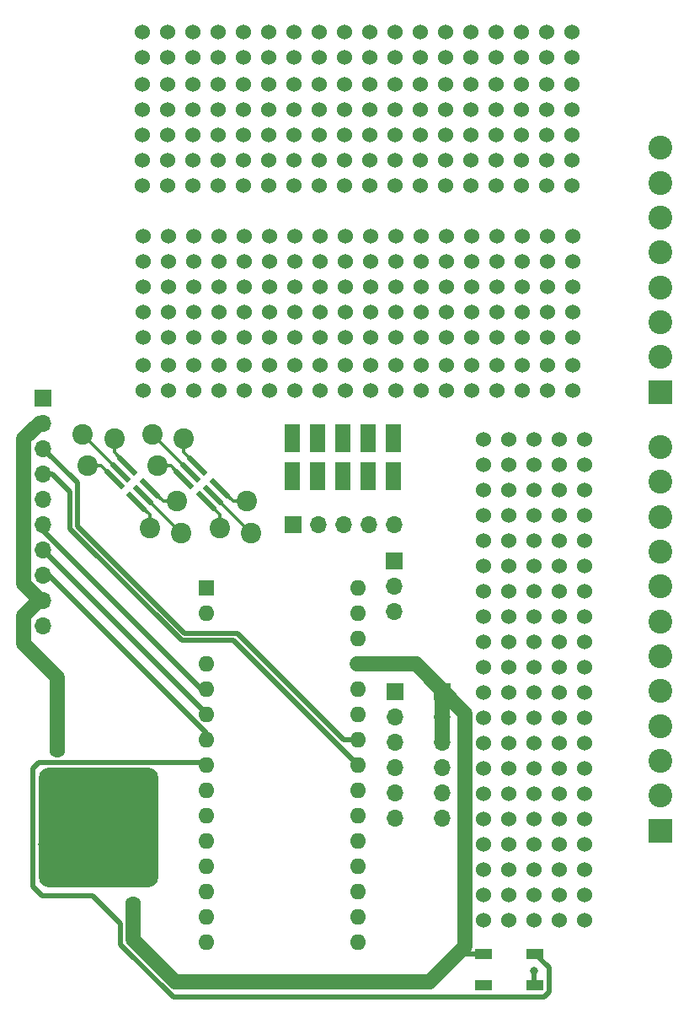
<source format=gbr>
%TF.GenerationSoftware,KiCad,Pcbnew,9.0.1*%
%TF.CreationDate,2025-05-07T10:30:00-04:00*%
%TF.ProjectId,BREAD_Slice,42524541-445f-4536-9c69-63655f746850,rev?*%
%TF.SameCoordinates,PX74eba40PY8552dc0*%
%TF.FileFunction,Copper,L1,Top*%
%TF.FilePolarity,Positive*%
%FSLAX46Y46*%
G04 Gerber Fmt 4.6, Leading zero omitted, Abs format (unit mm)*
G04 Created by KiCad (PCBNEW 9.0.1) date 2025-05-07 10:30:00*
%MOMM*%
%LPD*%
G01*
G04 APERTURE LIST*
G04 Aperture macros list*
%AMRoundRect*
0 Rectangle with rounded corners*
0 $1 Rounding radius*
0 $2 $3 $4 $5 $6 $7 $8 $9 X,Y pos of 4 corners*
0 Add a 4 corners polygon primitive as box body*
4,1,4,$2,$3,$4,$5,$6,$7,$8,$9,$2,$3,0*
0 Add four circle primitives for the rounded corners*
1,1,$1+$1,$2,$3*
1,1,$1+$1,$4,$5*
1,1,$1+$1,$6,$7*
1,1,$1+$1,$8,$9*
0 Add four rect primitives between the rounded corners*
20,1,$1+$1,$2,$3,$4,$5,0*
20,1,$1+$1,$4,$5,$6,$7,0*
20,1,$1+$1,$6,$7,$8,$9,0*
20,1,$1+$1,$8,$9,$2,$3,0*%
%AMRotRect*
0 Rectangle, with rotation*
0 The origin of the aperture is its center*
0 $1 length*
0 $2 width*
0 $3 Rotation angle, in degrees counterclockwise*
0 Add horizontal line*
21,1,$1,$2,0,0,$3*%
G04 Aperture macros list end*
%TA.AperFunction,ComponentPad*%
%ADD10R,1.600000X1.600000*%
%TD*%
%TA.AperFunction,ComponentPad*%
%ADD11O,1.600000X1.600000*%
%TD*%
%TA.AperFunction,ComponentPad*%
%ADD12R,1.700000X1.700000*%
%TD*%
%TA.AperFunction,ComponentPad*%
%ADD13O,1.700000X1.700000*%
%TD*%
%TA.AperFunction,SMDPad,CuDef*%
%ADD14RoundRect,1.000000X-5.000000X-5.000000X5.000000X-5.000000X5.000000X5.000000X-5.000000X5.000000X0*%
%TD*%
%TA.AperFunction,SMDPad,CuDef*%
%ADD15R,1.600000X1.600000*%
%TD*%
%TA.AperFunction,SMDPad,CuDef*%
%ADD16R,1.651000X1.000000*%
%TD*%
%TA.AperFunction,ComponentPad*%
%ADD17C,2.060000*%
%TD*%
%TA.AperFunction,SMDPad,CuDef*%
%ADD18RotRect,2.500000X0.550000X135.000000*%
%TD*%
%TA.AperFunction,ComponentPad*%
%ADD19C,1.524000*%
%TD*%
%TA.AperFunction,ComponentPad*%
%ADD20R,2.400000X2.400000*%
%TD*%
%TA.AperFunction,ComponentPad*%
%ADD21C,2.400000*%
%TD*%
%TA.AperFunction,ViaPad*%
%ADD22C,0.800000*%
%TD*%
%TA.AperFunction,ViaPad*%
%ADD23C,0.500000*%
%TD*%
%TA.AperFunction,ViaPad*%
%ADD24C,1.600000*%
%TD*%
%TA.AperFunction,Conductor*%
%ADD25C,0.355600*%
%TD*%
%TA.AperFunction,Conductor*%
%ADD26C,0.500000*%
%TD*%
%TA.AperFunction,Conductor*%
%ADD27C,1.500000*%
%TD*%
%TA.AperFunction,Conductor*%
%ADD28C,1.000000*%
%TD*%
G04 APERTURE END LIST*
D10*
%TO.P,A1,1,D1/TX*%
%TO.N,unconnected-(A1-D1{slash}TX-Pad1)*%
X20010000Y42360000D03*
D11*
%TO.P,A1,2,D0/RX*%
%TO.N,unconnected-(A1-D0{slash}RX-Pad2)*%
X20010000Y39820000D03*
%TO.P,A1,4,GND*%
%TO.N,GND*%
X20010000Y34740000D03*
%TO.P,A1,5,D2*%
%TO.N,/E_STOP*%
X20010000Y32200000D03*
%TO.P,A1,6,D3*%
%TO.N,/INT*%
X20010000Y29660000D03*
%TO.P,A1,7,D4*%
%TO.N,/SYNC*%
X20010000Y27120000D03*
%TO.P,A1,8,D5*%
%TO.N,/LED*%
X20010000Y24580000D03*
%TO.P,A1,9,D6*%
%TO.N,/D6*%
X20010000Y22040000D03*
%TO.P,A1,10,D7*%
%TO.N,/D7*%
X20010000Y19500000D03*
%TO.P,A1,11,D8*%
%TO.N,/D8*%
X20010000Y16960000D03*
%TO.P,A1,12,D9*%
%TO.N,/D9*%
X20010000Y14420000D03*
%TO.P,A1,13,D10*%
%TO.N,/D10*%
X20010000Y11880000D03*
%TO.P,A1,14,D11*%
%TO.N,/D11*%
X20010000Y9340000D03*
%TO.P,A1,15,D12*%
%TO.N,/D12*%
X20010000Y6800000D03*
%TO.P,A1,16,D13*%
%TO.N,/D13*%
X35250000Y6800000D03*
%TO.P,A1,17,3V3*%
%TO.N,unconnected-(A1-3V3-Pad17)*%
X35250000Y9340000D03*
%TO.P,A1,18,AREF*%
%TO.N,/AREF*%
X35250000Y11880000D03*
%TO.P,A1,19,A0*%
%TO.N,/A0*%
X35250000Y14420000D03*
%TO.P,A1,20,A1*%
%TO.N,/A1*%
X35250000Y16960000D03*
%TO.P,A1,21,A2*%
%TO.N,/A2*%
X35250000Y19500000D03*
%TO.P,A1,22,A3*%
%TO.N,/A3*%
X35250000Y22040000D03*
%TO.P,A1,23,A4*%
%TO.N,/I2C_DAT*%
X35250000Y24580000D03*
%TO.P,A1,24,A5*%
%TO.N,/I2C_CLK*%
X35250000Y27120000D03*
%TO.P,A1,25,A6*%
%TO.N,/A6*%
X35250000Y29660000D03*
%TO.P,A1,26,A7*%
%TO.N,/A7*%
X35250000Y32200000D03*
%TO.P,A1,27,+5V*%
%TO.N,+5V*%
X35250000Y34740000D03*
%TO.P,A1,28,~{RESET}*%
%TO.N,/RESET*%
X35250000Y37280000D03*
%TO.P,A1,29,GND*%
%TO.N,GND*%
X35250000Y39820000D03*
%TO.P,A1,30,VIN*%
%TO.N,unconnected-(A1-VIN-Pad30)*%
X35250000Y42360000D03*
%TD*%
D12*
%TO.P,J1,1,Pin_1*%
%TO.N,GND*%
X3600000Y61450000D03*
D13*
%TO.P,J1,2,Pin_2*%
%TO.N,+12V*%
X3600000Y58910000D03*
%TO.P,J1,3,Pin_3*%
%TO.N,/I2C_CLK*%
X3600000Y56370000D03*
%TO.P,J1,4,Pin_4*%
%TO.N,/I2C_DAT*%
X3600000Y53830000D03*
%TO.P,J1,5,Pin_5*%
%TO.N,GND*%
X3600000Y51290000D03*
%TO.P,J1,6,Pin_6*%
%TO.N,/E_STOP*%
X3600000Y48750000D03*
%TO.P,J1,7,Pin_7*%
%TO.N,/INT*%
X3600000Y46210000D03*
%TO.P,J1,8,Pin_8*%
%TO.N,/SYNC*%
X3600000Y43670000D03*
%TO.P,J1,9,Pin_9*%
%TO.N,+12V*%
X3600000Y41130000D03*
%TO.P,J1,10,Pin_10*%
%TO.N,GND*%
X3600000Y38590000D03*
%TD*%
D14*
%TO.P,HS1,1*%
%TO.N,GND*%
X9200000Y18350000D03*
%TD*%
D10*
%TO.P,,1*%
%TO.N,N/C*%
X36310000Y52935000D03*
D15*
X36310000Y54205000D03*
%TO.P,,2*%
X36310000Y56745000D03*
D10*
X36310000Y58015000D03*
%TD*%
D12*
%TO.P,REF\u002A\u002A,1*%
%TO.N,/D11*%
X38925000Y45100000D03*
D13*
%TO.P,REF\u002A\u002A,2*%
%TO.N,/D12*%
X38925000Y42560000D03*
%TO.P,REF\u002A\u002A,3*%
%TO.N,/D13*%
X38925000Y40020000D03*
%TD*%
D10*
%TO.P,,1*%
%TO.N,N/C*%
X33770000Y52935000D03*
D15*
X33770000Y54205000D03*
%TO.P,,2*%
X33770000Y56745000D03*
D10*
X33770000Y58015000D03*
%TD*%
D12*
%TO.P,REF\u002A\u002A,1*%
%TO.N,/A7*%
X38975000Y31990000D03*
D13*
%TO.P,REF\u002A\u002A,2*%
%TO.N,/A6*%
X38975000Y29450000D03*
%TO.P,REF\u002A\u002A,3*%
%TO.N,/A3*%
X38975000Y26910000D03*
%TO.P,REF\u002A\u002A,4*%
%TO.N,/A2*%
X38975000Y24370000D03*
%TO.P,REF\u002A\u002A,5*%
%TO.N,/A1*%
X38975000Y21830000D03*
%TO.P,REF\u002A\u002A,6*%
%TO.N,/A0*%
X38975000Y19290000D03*
%TD*%
D16*
%TO.P,D1,1,VDD*%
%TO.N,+5V*%
X47923000Y5667231D03*
%TO.P,D1,2,DOUT*%
%TO.N,unconnected-(D1-DOUT-Pad2)*%
X47923000Y2467231D03*
%TO.P,D1,3,VSS*%
%TO.N,GND*%
X53077000Y2467231D03*
%TO.P,D1,4,DIN*%
%TO.N,/LED*%
X53077000Y5667231D03*
%TD*%
D12*
%TO.P,REF\u002A\u002A,1*%
%TO.N,/D6*%
X28765000Y48700000D03*
D13*
%TO.P,REF\u002A\u002A,2*%
%TO.N,/D7*%
X31305000Y48700000D03*
%TO.P,REF\u002A\u002A,3*%
%TO.N,/D8*%
X33845000Y48700000D03*
%TO.P,REF\u002A\u002A,4*%
%TO.N,/D9*%
X36385000Y48700000D03*
%TO.P,REF\u002A\u002A,5*%
%TO.N,/D10*%
X38925000Y48700000D03*
%TD*%
D17*
%TO.P,,1*%
%TO.N,N/C*%
X14373516Y48361797D03*
D18*
X13037084Y51048803D03*
D17*
%TO.P,,2*%
X17516606Y47912784D03*
D18*
X13708836Y51720554D03*
D17*
%TO.P,,3*%
X17067593Y51055874D03*
D18*
X14380587Y52392306D03*
%TO.P,,4*%
X12117846Y54655047D03*
D17*
X10781414Y57342053D03*
D18*
%TO.P,,5*%
X11446094Y53983296D03*
D17*
X7638324Y57791066D03*
D18*
%TO.P,,6*%
X10774343Y53311544D03*
D17*
X8087337Y54647976D03*
%TD*%
D19*
%TO.P,REF\u002A\u002A,1*%
%TO.N,N/C*%
X56855000Y77675000D03*
X56845000Y64745000D03*
%TO.P,REF\u002A\u002A,2*%
X56855000Y75135000D03*
%TO.N,GND*%
X56845000Y62205000D03*
%TO.P,REF\u002A\u002A,3*%
%TO.N,N/C*%
X56855000Y72595000D03*
X54305000Y64745000D03*
%TO.P,REF\u002A\u002A,4*%
X56855000Y70055000D03*
%TO.N,GND*%
X54305000Y62205000D03*
%TO.P,REF\u002A\u002A,5*%
%TO.N,N/C*%
X56855000Y67515000D03*
X51765000Y64745000D03*
%TO.P,REF\u002A\u002A,6*%
X54315000Y77675000D03*
%TO.N,GND*%
X51765000Y62205000D03*
%TO.P,REF\u002A\u002A,7*%
%TO.N,N/C*%
X54315000Y75135000D03*
X49225000Y64745000D03*
%TO.P,REF\u002A\u002A,8*%
X54315000Y72595000D03*
%TO.N,GND*%
X49225000Y62205000D03*
%TO.P,REF\u002A\u002A,9*%
%TO.N,N/C*%
X54315000Y70055000D03*
X46685000Y64745000D03*
%TO.P,REF\u002A\u002A,10*%
X54315000Y67515000D03*
%TO.N,GND*%
X46685000Y62205000D03*
%TO.P,REF\u002A\u002A,11*%
%TO.N,N/C*%
X51775000Y77675000D03*
X44145000Y64745000D03*
%TO.P,REF\u002A\u002A,12*%
X51775000Y75135000D03*
%TO.N,GND*%
X44145000Y62205000D03*
%TO.P,REF\u002A\u002A,13*%
%TO.N,N/C*%
X51775000Y72595000D03*
X41605000Y64745000D03*
%TO.P,REF\u002A\u002A,14*%
X51775000Y70055000D03*
%TO.N,GND*%
X41605000Y62205000D03*
%TO.P,REF\u002A\u002A,15*%
%TO.N,N/C*%
X51775000Y67515000D03*
X39065000Y64745000D03*
%TO.P,REF\u002A\u002A,16*%
X49235000Y77675000D03*
%TO.N,GND*%
X39065000Y62205000D03*
%TO.P,REF\u002A\u002A,17*%
%TO.N,N/C*%
X49235000Y75135000D03*
X36525000Y64745000D03*
%TO.P,REF\u002A\u002A,18*%
X49235000Y72595000D03*
%TO.N,GND*%
X36525000Y62205000D03*
%TO.P,REF\u002A\u002A,19*%
%TO.N,N/C*%
X49235000Y70055000D03*
X33985000Y64745000D03*
%TO.P,REF\u002A\u002A,20*%
X49235000Y67515000D03*
%TO.N,GND*%
X33985000Y62205000D03*
%TO.P,REF\u002A\u002A,21*%
%TO.N,N/C*%
X46695000Y77675000D03*
X31445000Y64745000D03*
%TO.P,REF\u002A\u002A,22*%
X46695000Y75135000D03*
%TO.N,GND*%
X31445000Y62205000D03*
%TO.P,REF\u002A\u002A,23*%
%TO.N,N/C*%
X46695000Y72595000D03*
X28905000Y64745000D03*
%TO.P,REF\u002A\u002A,24*%
X46695000Y70055000D03*
%TO.N,GND*%
X28905000Y62205000D03*
%TO.P,REF\u002A\u002A,25*%
%TO.N,N/C*%
X46695000Y67515000D03*
X26365000Y64745000D03*
%TO.P,REF\u002A\u002A,26*%
X44155000Y77675000D03*
%TO.N,GND*%
X26365000Y62205000D03*
%TO.P,REF\u002A\u002A,27*%
%TO.N,N/C*%
X44155000Y75135000D03*
X23825000Y64745000D03*
%TO.P,REF\u002A\u002A,28*%
X44155000Y72595000D03*
%TO.N,GND*%
X23825000Y62205000D03*
%TO.P,REF\u002A\u002A,29*%
%TO.N,N/C*%
X44155000Y70055000D03*
X21285000Y64745000D03*
%TO.P,REF\u002A\u002A,30*%
X44155000Y67515000D03*
%TO.N,GND*%
X21285000Y62205000D03*
%TO.P,REF\u002A\u002A,31*%
%TO.N,N/C*%
X41615000Y77675000D03*
X18745000Y64745000D03*
%TO.P,REF\u002A\u002A,32*%
X41615000Y75135000D03*
%TO.N,GND*%
X18745000Y62205000D03*
%TO.P,REF\u002A\u002A,33*%
%TO.N,N/C*%
X41615000Y72595000D03*
X16205000Y64745000D03*
%TO.P,REF\u002A\u002A,34*%
X41615000Y70055000D03*
%TO.N,GND*%
X16205000Y62205000D03*
%TO.P,REF\u002A\u002A,35*%
%TO.N,N/C*%
X41615000Y67515000D03*
X13665000Y64745000D03*
%TO.P,REF\u002A\u002A,36*%
X39075000Y77675000D03*
%TO.N,GND*%
X13665000Y62205000D03*
%TO.P,REF\u002A\u002A,37*%
%TO.N,N/C*%
X39075000Y75135000D03*
%TO.P,REF\u002A\u002A,38*%
X39075000Y72595000D03*
%TO.P,REF\u002A\u002A,39*%
X39075000Y70055000D03*
%TO.P,REF\u002A\u002A,40*%
X39075000Y67515000D03*
%TO.P,REF\u002A\u002A,41*%
X36535000Y77675000D03*
%TO.P,REF\u002A\u002A,42*%
X36535000Y75135000D03*
%TO.P,REF\u002A\u002A,43*%
X36535000Y72595000D03*
%TO.P,REF\u002A\u002A,44*%
X36535000Y70055000D03*
%TO.P,REF\u002A\u002A,45*%
X36535000Y67515000D03*
%TO.P,REF\u002A\u002A,46*%
X33995000Y77675000D03*
%TO.P,REF\u002A\u002A,47*%
X33995000Y75135000D03*
%TO.P,REF\u002A\u002A,48*%
X33995000Y72595000D03*
%TO.P,REF\u002A\u002A,49*%
X33995000Y70055000D03*
%TO.P,REF\u002A\u002A,50*%
X33995000Y67515000D03*
%TO.P,REF\u002A\u002A,51*%
X31455000Y77675000D03*
%TO.P,REF\u002A\u002A,52*%
X31455000Y75135000D03*
%TO.P,REF\u002A\u002A,53*%
X31455000Y72595000D03*
%TO.P,REF\u002A\u002A,54*%
X31455000Y70055000D03*
%TO.P,REF\u002A\u002A,55*%
X31455000Y67515000D03*
%TO.P,REF\u002A\u002A,56*%
X28915000Y77675000D03*
%TO.P,REF\u002A\u002A,57*%
X28915000Y75135000D03*
%TO.P,REF\u002A\u002A,58*%
X28915000Y72595000D03*
%TO.P,REF\u002A\u002A,59*%
X28915000Y70055000D03*
%TO.P,REF\u002A\u002A,60*%
X28915000Y67515000D03*
%TO.P,REF\u002A\u002A,61*%
X26375000Y77675000D03*
%TO.P,REF\u002A\u002A,62*%
X26375000Y75135000D03*
%TO.P,REF\u002A\u002A,63*%
X26375000Y72595000D03*
%TO.P,REF\u002A\u002A,64*%
X26375000Y70055000D03*
%TO.P,REF\u002A\u002A,65*%
X26375000Y67515000D03*
%TO.P,REF\u002A\u002A,66*%
X23835000Y77675000D03*
%TO.P,REF\u002A\u002A,67*%
X23835000Y75135000D03*
%TO.P,REF\u002A\u002A,68*%
X23835000Y72595000D03*
%TO.P,REF\u002A\u002A,69*%
X23835000Y70055000D03*
%TO.P,REF\u002A\u002A,70*%
X23835000Y67515000D03*
%TO.P,REF\u002A\u002A,71*%
X21295000Y77675000D03*
%TO.P,REF\u002A\u002A,72*%
X21295000Y75135000D03*
%TO.P,REF\u002A\u002A,73*%
X21295000Y72595000D03*
%TO.P,REF\u002A\u002A,74*%
X21295000Y70055000D03*
%TO.P,REF\u002A\u002A,75*%
X21295000Y67515000D03*
%TO.P,REF\u002A\u002A,76*%
X18755000Y77675000D03*
%TO.P,REF\u002A\u002A,77*%
X18755000Y75135000D03*
%TO.P,REF\u002A\u002A,78*%
X18755000Y72595000D03*
%TO.P,REF\u002A\u002A,79*%
X18755000Y70055000D03*
%TO.P,REF\u002A\u002A,80*%
X18755000Y67515000D03*
%TO.P,REF\u002A\u002A,81*%
X16215000Y77675000D03*
%TO.P,REF\u002A\u002A,82*%
X16215000Y75135000D03*
%TO.P,REF\u002A\u002A,83*%
X16215000Y72595000D03*
%TO.P,REF\u002A\u002A,84*%
X16215000Y70055000D03*
%TO.P,REF\u002A\u002A,85*%
X16215000Y67515000D03*
%TO.P,REF\u002A\u002A,86*%
X13675000Y77675000D03*
%TO.P,REF\u002A\u002A,87*%
X13675000Y75135000D03*
%TO.P,REF\u002A\u002A,88*%
X13675000Y72595000D03*
%TO.P,REF\u002A\u002A,89*%
X13675000Y70055000D03*
%TO.P,REF\u002A\u002A,90*%
X13675000Y67515000D03*
%TD*%
D17*
%TO.P,,1*%
%TO.N,N/C*%
X21389680Y48366243D03*
D18*
X20053248Y51053249D03*
D17*
%TO.P,,2*%
X24532770Y47917230D03*
D18*
X20725000Y51725000D03*
D17*
%TO.P,,3*%
X24083757Y51060320D03*
D18*
X21396751Y52396752D03*
%TO.P,,4*%
X19134010Y54659493D03*
D17*
X17797578Y57346499D03*
D18*
%TO.P,,5*%
X18462258Y53987742D03*
D17*
X14654488Y57795512D03*
D18*
%TO.P,,6*%
X17790507Y53315990D03*
D17*
X15103501Y54652422D03*
%TD*%
D20*
%TO.P,REF\u002A\u002A,1*%
%TO.N,N/C*%
X65675000Y18025000D03*
D21*
%TO.P,REF\u002A\u002A,2*%
X65675000Y21525000D03*
%TO.P,REF\u002A\u002A,3*%
X65675000Y25025000D03*
%TO.P,REF\u002A\u002A,4*%
X65675000Y28525000D03*
%TO.P,REF\u002A\u002A,5*%
X65675000Y32025000D03*
%TO.P,REF\u002A\u002A,6*%
X65675000Y35525000D03*
%TO.P,REF\u002A\u002A,7*%
X65675000Y39025000D03*
%TO.P,REF\u002A\u002A,8*%
X65675000Y42525000D03*
%TO.P,REF\u002A\u002A,9*%
X65675000Y46025000D03*
%TO.P,REF\u002A\u002A,10*%
X65675000Y49525000D03*
%TO.P,REF\u002A\u002A,11*%
X65675000Y53025000D03*
%TO.P,REF\u002A\u002A,12*%
X65675000Y56525000D03*
%TD*%
D19*
%TO.P,REF\u002A\u002A,1*%
%TO.N,N/C*%
X13630000Y82736000D03*
%TO.N,GND*%
X13640000Y95666000D03*
%TO.P,REF\u002A\u002A,2*%
%TO.N,N/C*%
X13630000Y85276000D03*
X13640000Y98206000D03*
%TO.P,REF\u002A\u002A,3*%
X13630000Y87816000D03*
%TO.N,GND*%
X16180000Y95666000D03*
%TO.P,REF\u002A\u002A,4*%
%TO.N,N/C*%
X13630000Y90356000D03*
X16180000Y98206000D03*
%TO.P,REF\u002A\u002A,5*%
X13630000Y92896000D03*
%TO.N,GND*%
X18720000Y95666000D03*
%TO.P,REF\u002A\u002A,6*%
%TO.N,N/C*%
X16170000Y82736000D03*
X18720000Y98206000D03*
%TO.P,REF\u002A\u002A,7*%
X16170000Y85276000D03*
%TO.N,GND*%
X21260000Y95666000D03*
%TO.P,REF\u002A\u002A,8*%
%TO.N,N/C*%
X16170000Y87816000D03*
X21260000Y98206000D03*
%TO.P,REF\u002A\u002A,9*%
X16170000Y90356000D03*
%TO.N,GND*%
X23800000Y95666000D03*
%TO.P,REF\u002A\u002A,10*%
%TO.N,N/C*%
X16170000Y92896000D03*
X23800000Y98206000D03*
%TO.P,REF\u002A\u002A,11*%
X18710000Y82736000D03*
%TO.N,GND*%
X26340000Y95666000D03*
%TO.P,REF\u002A\u002A,12*%
%TO.N,N/C*%
X18710000Y85276000D03*
X26340000Y98206000D03*
%TO.P,REF\u002A\u002A,13*%
X18710000Y87816000D03*
%TO.N,GND*%
X28880000Y95666000D03*
%TO.P,REF\u002A\u002A,14*%
%TO.N,N/C*%
X18710000Y90356000D03*
X28880000Y98206000D03*
%TO.P,REF\u002A\u002A,15*%
X18710000Y92896000D03*
%TO.N,GND*%
X31420000Y95666000D03*
%TO.P,REF\u002A\u002A,16*%
%TO.N,N/C*%
X21250000Y82736000D03*
X31420000Y98206000D03*
%TO.P,REF\u002A\u002A,17*%
X21250000Y85276000D03*
%TO.N,GND*%
X33960000Y95666000D03*
%TO.P,REF\u002A\u002A,18*%
%TO.N,N/C*%
X21250000Y87816000D03*
X33960000Y98206000D03*
%TO.P,REF\u002A\u002A,19*%
X21250000Y90356000D03*
%TO.N,GND*%
X36500000Y95666000D03*
%TO.P,REF\u002A\u002A,20*%
%TO.N,N/C*%
X21250000Y92896000D03*
X36500000Y98206000D03*
%TO.P,REF\u002A\u002A,21*%
X23790000Y82736000D03*
%TO.N,GND*%
X39040000Y95666000D03*
%TO.P,REF\u002A\u002A,22*%
%TO.N,N/C*%
X23790000Y85276000D03*
X39040000Y98206000D03*
%TO.P,REF\u002A\u002A,23*%
X23790000Y87816000D03*
%TO.N,GND*%
X41580000Y95666000D03*
%TO.P,REF\u002A\u002A,24*%
%TO.N,N/C*%
X23790000Y90356000D03*
X41580000Y98206000D03*
%TO.P,REF\u002A\u002A,25*%
X23790000Y92896000D03*
%TO.N,GND*%
X44120000Y95666000D03*
%TO.P,REF\u002A\u002A,26*%
%TO.N,N/C*%
X26330000Y82736000D03*
X44120000Y98206000D03*
%TO.P,REF\u002A\u002A,27*%
X26330000Y85276000D03*
%TO.N,GND*%
X46660000Y95666000D03*
%TO.P,REF\u002A\u002A,28*%
%TO.N,N/C*%
X26330000Y87816000D03*
X46660000Y98206000D03*
%TO.P,REF\u002A\u002A,29*%
X26330000Y90356000D03*
%TO.N,GND*%
X49200000Y95666000D03*
%TO.P,REF\u002A\u002A,30*%
%TO.N,N/C*%
X26330000Y92896000D03*
X49200000Y98206000D03*
%TO.P,REF\u002A\u002A,31*%
X28870000Y82736000D03*
%TO.N,GND*%
X51740000Y95666000D03*
%TO.P,REF\u002A\u002A,32*%
%TO.N,N/C*%
X28870000Y85276000D03*
X51740000Y98206000D03*
%TO.P,REF\u002A\u002A,33*%
X28870000Y87816000D03*
%TO.N,GND*%
X54280000Y95666000D03*
%TO.P,REF\u002A\u002A,34*%
%TO.N,N/C*%
X28870000Y90356000D03*
X54280000Y98206000D03*
%TO.P,REF\u002A\u002A,35*%
X28870000Y92896000D03*
%TO.N,GND*%
X56820000Y95666000D03*
%TO.P,REF\u002A\u002A,36*%
%TO.N,N/C*%
X31410000Y82736000D03*
X56820000Y98206000D03*
%TO.P,REF\u002A\u002A,37*%
X31410000Y85276000D03*
%TO.P,REF\u002A\u002A,38*%
X31410000Y87816000D03*
%TO.P,REF\u002A\u002A,39*%
X31410000Y90356000D03*
%TO.P,REF\u002A\u002A,40*%
X31410000Y92896000D03*
%TO.P,REF\u002A\u002A,41*%
X33950000Y82736000D03*
%TO.P,REF\u002A\u002A,42*%
X33950000Y85276000D03*
%TO.P,REF\u002A\u002A,43*%
X33950000Y87816000D03*
%TO.P,REF\u002A\u002A,44*%
X33950000Y90356000D03*
%TO.P,REF\u002A\u002A,45*%
X33950000Y92896000D03*
%TO.P,REF\u002A\u002A,46*%
X36490000Y82736000D03*
%TO.P,REF\u002A\u002A,47*%
X36490000Y85276000D03*
%TO.P,REF\u002A\u002A,48*%
X36490000Y87816000D03*
%TO.P,REF\u002A\u002A,49*%
X36490000Y90356000D03*
%TO.P,REF\u002A\u002A,50*%
X36490000Y92896000D03*
%TO.P,REF\u002A\u002A,51*%
X39030000Y82736000D03*
%TO.P,REF\u002A\u002A,52*%
X39030000Y85276000D03*
%TO.P,REF\u002A\u002A,53*%
X39030000Y87816000D03*
%TO.P,REF\u002A\u002A,54*%
X39030000Y90356000D03*
%TO.P,REF\u002A\u002A,55*%
X39030000Y92896000D03*
%TO.P,REF\u002A\u002A,56*%
X41570000Y82736000D03*
%TO.P,REF\u002A\u002A,57*%
X41570000Y85276000D03*
%TO.P,REF\u002A\u002A,58*%
X41570000Y87816000D03*
%TO.P,REF\u002A\u002A,59*%
X41570000Y90356000D03*
%TO.P,REF\u002A\u002A,60*%
X41570000Y92896000D03*
%TO.P,REF\u002A\u002A,61*%
X44110000Y82736000D03*
%TO.P,REF\u002A\u002A,62*%
X44110000Y85276000D03*
%TO.P,REF\u002A\u002A,63*%
X44110000Y87816000D03*
%TO.P,REF\u002A\u002A,64*%
X44110000Y90356000D03*
%TO.P,REF\u002A\u002A,65*%
X44110000Y92896000D03*
%TO.P,REF\u002A\u002A,66*%
X46650000Y82736000D03*
%TO.P,REF\u002A\u002A,67*%
X46650000Y85276000D03*
%TO.P,REF\u002A\u002A,68*%
X46650000Y87816000D03*
%TO.P,REF\u002A\u002A,69*%
X46650000Y90356000D03*
%TO.P,REF\u002A\u002A,70*%
X46650000Y92896000D03*
%TO.P,REF\u002A\u002A,71*%
X49190000Y82736000D03*
%TO.P,REF\u002A\u002A,72*%
X49190000Y85276000D03*
%TO.P,REF\u002A\u002A,73*%
X49190000Y87816000D03*
%TO.P,REF\u002A\u002A,74*%
X49190000Y90356000D03*
%TO.P,REF\u002A\u002A,75*%
X49190000Y92896000D03*
%TO.P,REF\u002A\u002A,76*%
X51730000Y82736000D03*
%TO.P,REF\u002A\u002A,77*%
X51730000Y85276000D03*
%TO.P,REF\u002A\u002A,78*%
X51730000Y87816000D03*
%TO.P,REF\u002A\u002A,79*%
X51730000Y90356000D03*
%TO.P,REF\u002A\u002A,80*%
X51730000Y92896000D03*
%TO.P,REF\u002A\u002A,81*%
X54270000Y82736000D03*
%TO.P,REF\u002A\u002A,82*%
X54270000Y85276000D03*
%TO.P,REF\u002A\u002A,83*%
X54270000Y87816000D03*
%TO.P,REF\u002A\u002A,84*%
X54270000Y90356000D03*
%TO.P,REF\u002A\u002A,85*%
X54270000Y92896000D03*
%TO.P,REF\u002A\u002A,86*%
X56810000Y82736000D03*
%TO.P,REF\u002A\u002A,87*%
X56810000Y85276000D03*
%TO.P,REF\u002A\u002A,88*%
X56810000Y87816000D03*
%TO.P,REF\u002A\u002A,89*%
X56810000Y90356000D03*
%TO.P,REF\u002A\u002A,90*%
X56810000Y92896000D03*
%TD*%
D20*
%TO.P,REF\u002A\u002A,1*%
%TO.N,N/C*%
X65700000Y62050000D03*
D21*
%TO.P,REF\u002A\u002A,2*%
X65700000Y65550000D03*
%TO.P,REF\u002A\u002A,3*%
X65700000Y69050000D03*
%TO.P,REF\u002A\u002A,4*%
X65700000Y72550000D03*
%TO.P,REF\u002A\u002A,5*%
X65700000Y76050000D03*
%TO.P,REF\u002A\u002A,6*%
X65700000Y79550000D03*
%TO.P,REF\u002A\u002A,7*%
X65700000Y83050000D03*
%TO.P,REF\u002A\u002A,8*%
X65700000Y86550000D03*
%TD*%
D10*
%TO.P,,1*%
%TO.N,N/C*%
X31230000Y58015000D03*
D15*
X31230000Y56745000D03*
%TO.P,,2*%
X31230000Y54205000D03*
D10*
X31230000Y52935000D03*
%TD*%
%TO.P,,1*%
%TO.N,N/C*%
X38850000Y52935000D03*
D15*
X38850000Y54205000D03*
%TO.P,,2*%
X38850000Y56745000D03*
D10*
X38850000Y58015000D03*
%TD*%
%TO.P,,1*%
%TO.N,N/C*%
X28690000Y52935000D03*
D15*
X28690000Y54205000D03*
%TO.P,,2*%
X28690000Y56745000D03*
D10*
X28690000Y58015000D03*
%TD*%
D19*
%TO.P,REF\u002A\u002A,1*%
%TO.N,N/C*%
X47940000Y57235000D03*
%TO.P,REF\u002A\u002A,2*%
X50480000Y57235000D03*
%TO.P,REF\u002A\u002A,3*%
X53020000Y57235000D03*
%TO.P,REF\u002A\u002A,4*%
X55560000Y57235000D03*
%TO.P,REF\u002A\u002A,5*%
X58100000Y57235000D03*
%TO.P,REF\u002A\u002A,6*%
X47940000Y54695000D03*
%TO.P,REF\u002A\u002A,7*%
X50480000Y54695000D03*
%TO.P,REF\u002A\u002A,8*%
X53020000Y54695000D03*
%TO.P,REF\u002A\u002A,9*%
X55560000Y54695000D03*
%TO.P,REF\u002A\u002A,10*%
X58100000Y54695000D03*
%TO.P,REF\u002A\u002A,11*%
X47940000Y52155000D03*
%TO.P,REF\u002A\u002A,12*%
X50480000Y52155000D03*
%TO.P,REF\u002A\u002A,13*%
X53020000Y52155000D03*
%TO.P,REF\u002A\u002A,14*%
X55560000Y52155000D03*
%TO.P,REF\u002A\u002A,15*%
X58100000Y52155000D03*
%TO.P,REF\u002A\u002A,16*%
X47940000Y49615000D03*
%TO.P,REF\u002A\u002A,17*%
X50480000Y49615000D03*
%TO.P,REF\u002A\u002A,18*%
X53020000Y49615000D03*
%TO.P,REF\u002A\u002A,19*%
X55560000Y49615000D03*
%TO.P,REF\u002A\u002A,20*%
X58100000Y49615000D03*
%TO.P,REF\u002A\u002A,21*%
X47940000Y47075000D03*
%TO.P,REF\u002A\u002A,22*%
X50480000Y47075000D03*
%TO.P,REF\u002A\u002A,23*%
X53020000Y47075000D03*
%TO.P,REF\u002A\u002A,24*%
X55560000Y47075000D03*
%TO.P,REF\u002A\u002A,25*%
X58100000Y47075000D03*
%TO.P,REF\u002A\u002A,26*%
X47940000Y44535000D03*
%TO.P,REF\u002A\u002A,27*%
X50480000Y44535000D03*
%TO.P,REF\u002A\u002A,28*%
X53020000Y44535000D03*
%TO.P,REF\u002A\u002A,29*%
X55560000Y44535000D03*
%TO.P,REF\u002A\u002A,30*%
X58100000Y44535000D03*
%TO.P,REF\u002A\u002A,31*%
X47940000Y41995000D03*
%TO.P,REF\u002A\u002A,32*%
X50480000Y41995000D03*
%TO.P,REF\u002A\u002A,33*%
X53020000Y41995000D03*
%TO.P,REF\u002A\u002A,34*%
X55560000Y41995000D03*
%TO.P,REF\u002A\u002A,35*%
X58100000Y41995000D03*
%TO.P,REF\u002A\u002A,36*%
X47940000Y39455000D03*
%TO.P,REF\u002A\u002A,37*%
X50480000Y39455000D03*
%TO.P,REF\u002A\u002A,38*%
X53020000Y39455000D03*
%TO.P,REF\u002A\u002A,39*%
X55560000Y39455000D03*
%TO.P,REF\u002A\u002A,40*%
X58100000Y39455000D03*
%TO.P,REF\u002A\u002A,41*%
X47940000Y36915000D03*
%TO.P,REF\u002A\u002A,42*%
X50480000Y36915000D03*
%TO.P,REF\u002A\u002A,43*%
X53020000Y36915000D03*
%TO.P,REF\u002A\u002A,44*%
X55560000Y36915000D03*
%TO.P,REF\u002A\u002A,45*%
X58100000Y36915000D03*
%TO.P,REF\u002A\u002A,46*%
X47940000Y34375000D03*
%TO.P,REF\u002A\u002A,47*%
X50480000Y34375000D03*
%TO.P,REF\u002A\u002A,48*%
X53020000Y34375000D03*
%TO.P,REF\u002A\u002A,49*%
X55560000Y34375000D03*
%TO.P,REF\u002A\u002A,50*%
X58100000Y34375000D03*
%TO.P,REF\u002A\u002A,51*%
X47940000Y31835000D03*
%TO.P,REF\u002A\u002A,52*%
X50480000Y31835000D03*
%TO.P,REF\u002A\u002A,53*%
X53020000Y31835000D03*
%TO.P,REF\u002A\u002A,54*%
X55560000Y31835000D03*
%TO.P,REF\u002A\u002A,55*%
X58100000Y31835000D03*
%TO.P,REF\u002A\u002A,56*%
X47940000Y29295000D03*
%TO.P,REF\u002A\u002A,57*%
X50480000Y29295000D03*
%TO.P,REF\u002A\u002A,58*%
X53020000Y29295000D03*
%TO.P,REF\u002A\u002A,59*%
X55560000Y29295000D03*
%TO.P,REF\u002A\u002A,60*%
X58100000Y29295000D03*
%TO.P,REF\u002A\u002A,61*%
X47940000Y26755000D03*
%TO.P,REF\u002A\u002A,62*%
X50480000Y26755000D03*
%TO.P,REF\u002A\u002A,63*%
X53020000Y26755000D03*
%TO.P,REF\u002A\u002A,64*%
X55560000Y26755000D03*
%TO.P,REF\u002A\u002A,65*%
X58100000Y26755000D03*
%TO.P,REF\u002A\u002A,66*%
X47940000Y24215000D03*
%TO.P,REF\u002A\u002A,67*%
X50480000Y24215000D03*
%TO.P,REF\u002A\u002A,68*%
X53020000Y24215000D03*
%TO.P,REF\u002A\u002A,69*%
X55560000Y24215000D03*
%TO.P,REF\u002A\u002A,70*%
X58100000Y24215000D03*
%TO.P,REF\u002A\u002A,71*%
X47940000Y21675000D03*
%TO.P,REF\u002A\u002A,72*%
X50480000Y21675000D03*
%TO.P,REF\u002A\u002A,73*%
X53020000Y21675000D03*
%TO.P,REF\u002A\u002A,74*%
X55560000Y21675000D03*
%TO.P,REF\u002A\u002A,75*%
X58100000Y21675000D03*
%TO.P,REF\u002A\u002A,76*%
X47940000Y19135000D03*
%TO.P,REF\u002A\u002A,77*%
X50480000Y19135000D03*
%TO.P,REF\u002A\u002A,78*%
X53020000Y19135000D03*
%TO.P,REF\u002A\u002A,79*%
X55560000Y19135000D03*
%TO.P,REF\u002A\u002A,80*%
X58100000Y19135000D03*
%TO.P,REF\u002A\u002A,81*%
X47940000Y16595000D03*
%TO.P,REF\u002A\u002A,82*%
X50480000Y16595000D03*
%TO.P,REF\u002A\u002A,83*%
X53020000Y16595000D03*
%TO.P,REF\u002A\u002A,84*%
X55560000Y16595000D03*
%TO.P,REF\u002A\u002A,85*%
X58100000Y16595000D03*
%TO.P,REF\u002A\u002A,86*%
X47940000Y14055000D03*
%TO.P,REF\u002A\u002A,87*%
X50480000Y14055000D03*
%TO.P,REF\u002A\u002A,88*%
X53020000Y14055000D03*
%TO.P,REF\u002A\u002A,89*%
X55560000Y14055000D03*
%TO.P,REF\u002A\u002A,90*%
X58100000Y14055000D03*
%TO.P,REF\u002A\u002A,91*%
X47940000Y11515000D03*
%TO.P,REF\u002A\u002A,92*%
X50480000Y11515000D03*
%TO.P,REF\u002A\u002A,93*%
X53020000Y11515000D03*
%TO.P,REF\u002A\u002A,94*%
X55560000Y11515000D03*
%TO.P,REF\u002A\u002A,95*%
X58100000Y11515000D03*
%TO.P,REF\u002A\u002A,96*%
X47940000Y8975000D03*
%TO.P,REF\u002A\u002A,97*%
X50480000Y8975000D03*
%TO.P,REF\u002A\u002A,98*%
X53020000Y8975000D03*
%TO.P,REF\u002A\u002A,99*%
X55560000Y8975000D03*
%TO.P,REF\u002A\u002A,100*%
X58100000Y8975000D03*
%TD*%
D12*
%TO.P,REF\u002A\u002A,1*%
%TO.N,+5V*%
X43725000Y31925000D03*
D13*
%TO.P,REF\u002A\u002A,2*%
X43725000Y29385000D03*
%TO.P,REF\u002A\u002A,3*%
X43725000Y26845000D03*
%TO.P,REF\u002A\u002A,4*%
%TO.N,GND*%
X43725000Y24305000D03*
%TO.P,REF\u002A\u002A,5*%
X43725000Y21765000D03*
%TO.P,REF\u002A\u002A,6*%
X43725000Y19225000D03*
%TD*%
D22*
%TO.N,GND*%
X14250000Y21895000D03*
X3750000Y13345000D03*
D23*
X7250000Y18845000D03*
D22*
X7350000Y23595000D03*
D23*
X8550000Y19545000D03*
X8550000Y21045000D03*
X7450000Y21845000D03*
D22*
X53000000Y3900000D03*
D23*
X9750000Y21845000D03*
D22*
X3550000Y16595000D03*
X14250000Y13995000D03*
X14250000Y18995000D03*
D23*
X8150000Y18845000D03*
X6150000Y16145000D03*
D24*
%TO.N,+5V*%
X12650000Y10600000D03*
%TO.N,+12V*%
X5100000Y26100000D03*
%TD*%
D25*
%TO.N,*%
X14373517Y49712371D02*
X14373517Y48361797D01*
X21490090Y52396752D02*
X21396752Y52396752D01*
X13037085Y50955465D02*
X13037085Y51048803D01*
X11446095Y53983296D02*
X7638325Y57791066D01*
X17516606Y47912785D02*
X13708836Y51720555D01*
X21396752Y52396752D02*
X22733184Y51060320D01*
X13037085Y51048803D02*
X14373517Y49712371D01*
X20053249Y50959911D02*
X20053249Y51053249D01*
X10774343Y53311545D02*
X9437911Y54647977D01*
X17797578Y55995926D02*
X17797578Y57346499D01*
X14473926Y52392306D02*
X14380588Y52392306D01*
X22733184Y51060320D02*
X24083757Y51060320D01*
X19134010Y54659494D02*
X17797578Y55995926D01*
X21389681Y49716817D02*
X21389681Y48366243D01*
X17790507Y53315991D02*
X16454075Y54652423D01*
X10781414Y55991480D02*
X10781414Y57342053D01*
X18462259Y53987742D02*
X14654489Y57795512D01*
X16454075Y54652423D02*
X15103501Y54652423D01*
X24532770Y47917231D02*
X20725000Y51725001D01*
X15717020Y51055874D02*
X17067593Y51055874D01*
X14380588Y52392306D02*
X15717020Y51055874D01*
X12117846Y54655048D02*
X10781414Y55991480D01*
X20053249Y51053249D02*
X21389681Y49716817D01*
X9437911Y54647977D02*
X8087337Y54647977D01*
D26*
%TO.N,GND*%
X53000000Y3900000D02*
X53000000Y2544231D01*
D27*
%TO.N,+5V*%
X42450000Y2800000D02*
X45650000Y6000000D01*
X46075000Y6425000D02*
X46075000Y29775000D01*
X41110000Y34740000D02*
X35250000Y34740000D01*
X12650000Y10600000D02*
X12650000Y7050000D01*
X43725000Y31925000D02*
X43725000Y26845000D01*
D26*
X47932769Y5667231D02*
X47923000Y5667231D01*
D27*
X12650000Y7050000D02*
X16900000Y2800000D01*
X45650000Y6000000D02*
X46075000Y6425000D01*
X35230000Y34740000D02*
X35250000Y34740000D01*
D26*
X45982769Y5667231D02*
X47923000Y5667231D01*
D27*
X16900000Y2800000D02*
X42450000Y2800000D01*
X46075000Y29775000D02*
X41110000Y34740000D01*
D26*
X45650000Y6000000D02*
X45982769Y5667231D01*
%TO.N,/LED*%
X16700000Y1300000D02*
X11400000Y6600000D01*
X3200000Y24850000D02*
X19740000Y24850000D01*
X19740000Y24850000D02*
X20010000Y24580000D01*
X54500000Y4244231D02*
X54500000Y1800000D01*
X11400000Y6600000D02*
X11400000Y8700000D01*
X3500000Y11500000D02*
X2600000Y12400000D01*
X2600000Y12400000D02*
X2600000Y24250000D01*
X54500000Y1800000D02*
X54000000Y1300000D01*
X20010000Y24580000D02*
X20090000Y24580000D01*
X8600000Y11500000D02*
X3500000Y11500000D01*
X2600000Y24250000D02*
X3200000Y24850000D01*
X54000000Y1300000D02*
X16700000Y1300000D01*
X53077000Y5667231D02*
X54500000Y4244231D01*
X11400000Y8700000D02*
X8600000Y11500000D01*
%TO.N,/I2C_CLK*%
X23150000Y37800000D02*
X17839950Y37800000D01*
X7050000Y48589950D02*
X7050000Y52920000D01*
X35250000Y27120000D02*
X33830000Y27120000D01*
X17839950Y37800000D02*
X7050000Y48589950D01*
X7050000Y52920000D02*
X3600000Y56370000D01*
X33830000Y27120000D02*
X23150000Y37800000D01*
%TO.N,/I2C_DAT*%
X22730000Y37100000D02*
X35250000Y24580000D01*
X3600000Y53830000D02*
X4570000Y53830000D01*
X6350000Y48300000D02*
X17550000Y37100000D01*
X17550000Y37100000D02*
X22730000Y37100000D01*
X4570000Y53830000D02*
X6350000Y52050000D01*
X6350000Y52050000D02*
X6350000Y48300000D01*
%TO.N,/SYNC*%
X20010000Y27840000D02*
X20010000Y27120000D01*
X3600000Y43670000D02*
X4180000Y43670000D01*
X4180000Y43670000D02*
X20010000Y27840000D01*
%TO.N,/E_STOP*%
X19550000Y32200000D02*
X20010000Y32200000D01*
X3600000Y48150000D02*
X19550000Y32200000D01*
X3600000Y48750000D02*
X3600000Y48150000D01*
D27*
%TO.N,+12V*%
X1700000Y42800000D02*
X3370000Y41130000D01*
X3370000Y41130000D02*
X3600000Y41130000D01*
X3600000Y58910000D02*
X3260000Y58910000D01*
X3230000Y41130000D02*
X3600000Y41130000D01*
X1700000Y36760000D02*
X1700000Y39600000D01*
X5100000Y33360000D02*
X1700000Y36760000D01*
X1700000Y39600000D02*
X3230000Y41130000D01*
X5100000Y26100000D02*
X5100000Y33360000D01*
D28*
X3600000Y58910000D02*
X3610000Y58900000D01*
D27*
X1700000Y57350000D02*
X1700000Y42800000D01*
X3260000Y58910000D02*
X1700000Y57350000D01*
D26*
%TO.N,/INT*%
X3600000Y46210000D02*
X20010000Y29800000D01*
X20010000Y29800000D02*
X20010000Y29660000D01*
%TD*%
M02*

</source>
